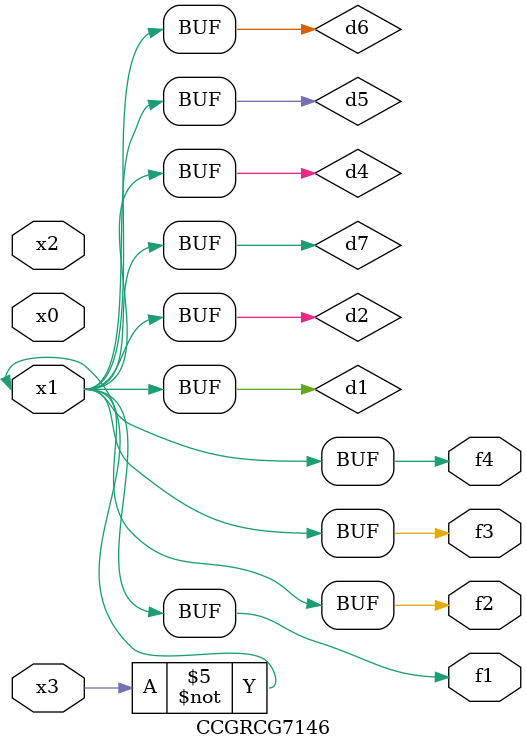
<source format=v>
module CCGRCG7146(
	input x0, x1, x2, x3,
	output f1, f2, f3, f4
);

	wire d1, d2, d3, d4, d5, d6, d7;

	not (d1, x3);
	buf (d2, x1);
	xnor (d3, d1, d2);
	nor (d4, d1);
	buf (d5, d1, d2);
	buf (d6, d4, d5);
	nand (d7, d4);
	assign f1 = d6;
	assign f2 = d7;
	assign f3 = d6;
	assign f4 = d6;
endmodule

</source>
